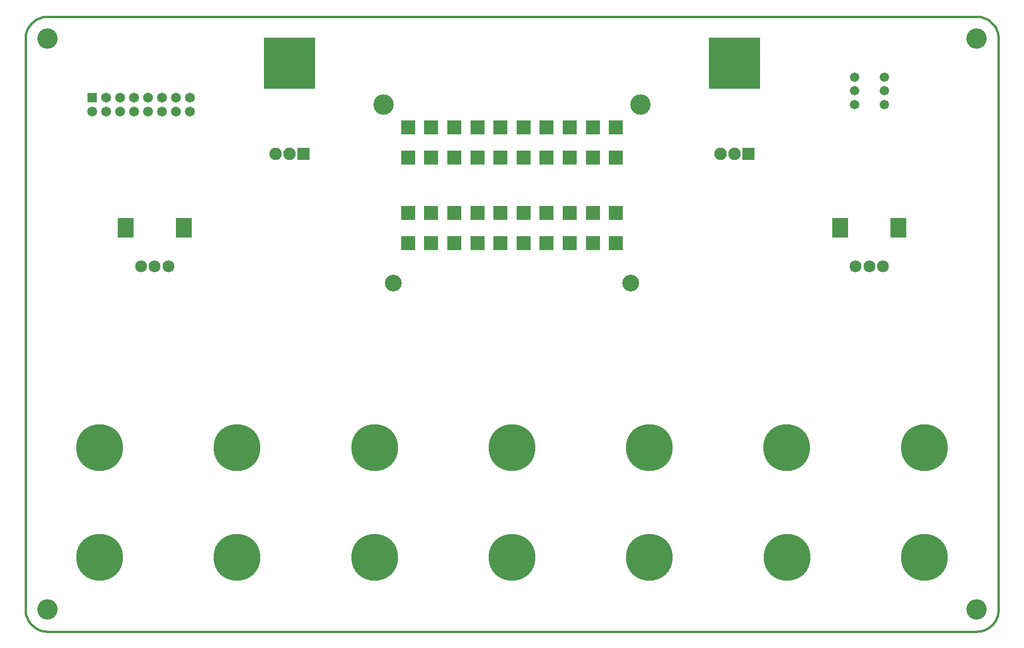
<source format=gbs>
G04 (created by PCBNEW-RS274X (2012-01-19 BZR 3256)-stable) date 9/12/2012 8:11:32 PM*
G01*
G70*
G90*
%MOIN*%
G04 Gerber Fmt 3.4, Leading zero omitted, Abs format*
%FSLAX34Y34*%
G04 APERTURE LIST*
%ADD10C,0.006000*%
%ADD11C,0.015000*%
%ADD12C,0.085000*%
%ADD13R,0.114500X0.144000*%
%ADD14C,0.120000*%
%ADD15C,0.067200*%
%ADD16R,0.090000X0.090000*%
%ADD17C,0.090000*%
%ADD18R,0.370000X0.370000*%
%ADD19R,0.103700X0.103700*%
%ADD20C,0.335000*%
%ADD21C,0.071400*%
%ADD22R,0.071400X0.071400*%
%ADD23C,0.146000*%
G04 APERTURE END LIST*
G54D10*
G54D11*
X90945Y-21850D02*
X90945Y-62795D01*
X22834Y-20276D02*
X89370Y-20276D01*
X21259Y-62795D02*
X21259Y-21850D01*
X89370Y-64370D02*
X22834Y-64370D01*
X21260Y-62795D02*
X21266Y-62932D01*
X21284Y-63068D01*
X21314Y-63202D01*
X21355Y-63333D01*
X21408Y-63460D01*
X21472Y-63582D01*
X21545Y-63698D01*
X21629Y-63807D01*
X21722Y-63908D01*
X21823Y-64001D01*
X21932Y-64085D01*
X22048Y-64158D01*
X22170Y-64222D01*
X22297Y-64275D01*
X22428Y-64316D01*
X22562Y-64346D01*
X22698Y-64364D01*
X22835Y-64370D01*
X22834Y-20275D02*
X22697Y-20281D01*
X22561Y-20299D01*
X22427Y-20329D01*
X22296Y-20370D01*
X22169Y-20423D01*
X22047Y-20487D01*
X21931Y-20560D01*
X21822Y-20644D01*
X21721Y-20737D01*
X21628Y-20838D01*
X21544Y-20947D01*
X21471Y-21063D01*
X21407Y-21185D01*
X21354Y-21312D01*
X21313Y-21443D01*
X21283Y-21577D01*
X21265Y-21713D01*
X21259Y-21850D01*
X90944Y-21850D02*
X90938Y-21713D01*
X90920Y-21577D01*
X90890Y-21443D01*
X90849Y-21312D01*
X90796Y-21185D01*
X90732Y-21063D01*
X90659Y-20947D01*
X90575Y-20838D01*
X90482Y-20737D01*
X90381Y-20644D01*
X90272Y-20560D01*
X90156Y-20487D01*
X90034Y-20423D01*
X89907Y-20370D01*
X89776Y-20329D01*
X89642Y-20299D01*
X89506Y-20281D01*
X89369Y-20275D01*
X89369Y-64370D02*
X89506Y-64364D01*
X89642Y-64346D01*
X89776Y-64316D01*
X89907Y-64275D01*
X90034Y-64222D01*
X90156Y-64158D01*
X90272Y-64085D01*
X90381Y-64001D01*
X90482Y-63908D01*
X90575Y-63807D01*
X90659Y-63698D01*
X90732Y-63582D01*
X90796Y-63460D01*
X90849Y-63333D01*
X90890Y-63202D01*
X90920Y-63068D01*
X90938Y-62932D01*
X90944Y-62795D01*
G54D12*
X29527Y-38189D03*
X30511Y-38189D03*
X31495Y-38189D03*
G54D13*
X28424Y-35433D03*
X32598Y-35433D03*
G54D14*
X64602Y-39370D03*
X47602Y-39370D03*
G54D15*
X80630Y-26575D03*
X80630Y-25591D03*
X80630Y-24607D03*
X82756Y-24607D03*
X82756Y-25591D03*
X82756Y-26575D03*
G54D16*
X73046Y-30118D03*
G54D17*
X71046Y-30118D03*
X72046Y-30118D03*
G54D18*
X72046Y-23618D03*
G54D12*
X80708Y-38189D03*
X81692Y-38189D03*
X82676Y-38189D03*
G54D13*
X79605Y-35433D03*
X83779Y-35433D03*
G54D16*
X41157Y-30118D03*
G54D17*
X39157Y-30118D03*
X40157Y-30118D03*
G54D18*
X40157Y-23618D03*
G54D19*
X48661Y-36516D03*
X48661Y-34350D03*
X50315Y-36516D03*
X50315Y-34350D03*
X51968Y-36516D03*
X51968Y-34350D03*
X53622Y-36516D03*
X53622Y-34350D03*
X55275Y-36516D03*
X55275Y-34350D03*
X56929Y-36516D03*
X56929Y-34350D03*
X58582Y-36516D03*
X58582Y-34350D03*
X60236Y-36516D03*
X60236Y-34350D03*
X61889Y-36516D03*
X61889Y-34350D03*
X63543Y-36516D03*
X63543Y-34350D03*
G54D20*
X75787Y-51181D03*
X65944Y-51181D03*
X56104Y-51181D03*
X46261Y-51181D03*
X36419Y-51181D03*
X36418Y-59055D03*
X46261Y-59055D03*
X56104Y-59055D03*
X65946Y-59055D03*
X75789Y-59055D03*
X85629Y-51181D03*
X26574Y-51181D03*
X85631Y-59055D03*
X26576Y-59055D03*
G54D21*
X26027Y-27075D03*
X27027Y-26075D03*
X27027Y-27075D03*
X28027Y-26075D03*
X28027Y-27075D03*
X29027Y-26075D03*
X29027Y-27075D03*
X30027Y-26075D03*
X30027Y-27075D03*
X31027Y-26075D03*
X31027Y-27075D03*
X32027Y-26075D03*
X32027Y-27075D03*
X33027Y-26075D03*
X33027Y-27075D03*
G54D22*
X26027Y-26075D03*
G54D23*
X22834Y-62795D03*
X89370Y-62795D03*
X89370Y-21850D03*
X22834Y-21850D03*
G54D19*
X48665Y-28229D03*
X48665Y-30394D03*
X50319Y-28229D03*
X50319Y-30394D03*
X51972Y-28229D03*
X51972Y-30394D03*
X53626Y-28229D03*
X53626Y-30394D03*
X55279Y-28229D03*
X55279Y-30394D03*
X56933Y-28229D03*
X56933Y-30394D03*
X58586Y-28229D03*
X58586Y-30394D03*
X60240Y-28229D03*
X60240Y-30394D03*
X61893Y-28229D03*
X61893Y-30394D03*
X63547Y-28229D03*
X63545Y-30394D03*
G54D23*
X65318Y-26575D03*
X46893Y-26575D03*
M02*

</source>
